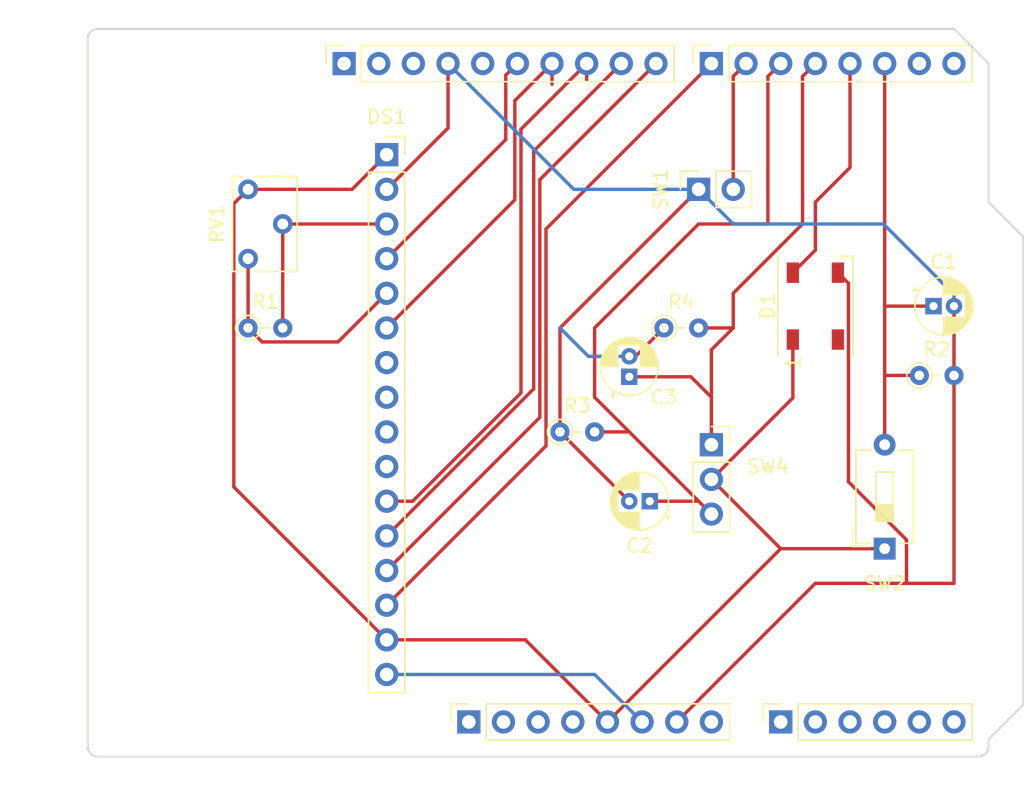
<source format=kicad_pcb>
(kicad_pcb (version 20221018) (generator pcbnew)
  (title_block (date "mar. 31 mars 2015"))
  (layers (0 "F.Cu" signal) (31 "B.Cu" signal) (34 "B.Paste" user) (35 "F.Paste" user) (36 "B.SilkS" user "B.Silkscreen") (37 "F.SilkS" user "F.Silkscreen") (38 "B.Mask" user) (39 "F.Mask" user) (44 "Edge.Cuts" user))
  (net 0 "")
  (net 1 "GND")
  (net 3 "+5V")
  (net 4 "/IOREF")
  (net 5 "/A0")
  (net 6 "/A1")
  (net 7 "/A2")
  (net 8 "/A3")
  (net 9 "/13")
  (net 10 "/12")
  (net 11 "/AREF")
  (net 12 "/8")
  (net 13 "/7")
  (net 14 "/*11")
  (net 15 "/*10")
  (net 16 "/*9")
  (net 17 "/4")
  (net 18 "/2")
  (net 19 "/*6")
  (net 20 "/*5")
  (net 21 "/TX{slash}1")
  (net 22 "/*3")
  (net 23 "/RX{slash}0")
  (net 24 "+3V3")
  (net 25 "VCC")
  (net 26 "/~{RESET}")
  (net 28 "Net-(DS1-VO)")
  (footprint "Connector_PinSocket_2.54mm:PinSocket_1x08_P2.54mm_Vertical" (layer "F.Cu") (at 127.94 97.46 90)
    (fp_text reference "J1" hide)
    (fp_text value "Power")
    (pad "1" thru_hole rect locked (at 0 0 90) (size 1.7 1.7) (drill 1) (layers "*.Cu" "*.Mask"))
    (pad "2" thru_hole oval locked (at 0 2.54 90) (size 1.7 1.7) (drill 1) (layers "*.Cu" "*.Mask") (net 4 "/IOREF"))
    (pad "3" thru_hole oval locked (at 0 5.08 90) (size 1.7 1.7) (drill 1) (layers "*.Cu" "*.Mask") (net 26 "/~{RESET}"))
    (pad "4" thru_hole oval locked (at 0 7.62 90) (size 1.7 1.7) (drill 1) (layers "*.Cu" "*.Mask") (net 24 "+3V3"))
    (pad "5" thru_hole oval locked (at 0 10.16 90) (size 1.7 1.7) (drill 1) (layers "*.Cu" "*.Mask") (net 3 "+5V"))
    (pad "6" thru_hole oval locked (at 0 12.7 90) (size 1.7 1.7) (drill 1) (layers "*.Cu" "*.Mask") (net 1 "GND"))
    (pad "7" thru_hole oval locked (at 0 15.24 90) (size 1.7 1.7) (drill 1) (layers "*.Cu" "*.Mask") (net 1 "GND"))
    (pad "8" thru_hole oval locked (at 0 17.78 90) (size 1.7 1.7) (drill 1) (layers "*.Cu" "*.Mask") (net 25 "VCC"))
  )
  (footprint "Connector_PinSocket_2.54mm:PinSocket_1x06_P2.54mm_Vertical" (layer "F.Cu") (at 150.8 97.46 90)
    (fp_text reference "J3" hide)
    (fp_text value "Analog")
    (pad "1" thru_hole rect locked (at 0 0 90) (size 1.7 1.7) (drill 1) (layers "*.Cu" "*.Mask") (net 5 "/A0"))
    (pad "2" thru_hole oval locked (at 0 2.54 90) (size 1.7 1.7) (drill 1) (layers "*.Cu" "*.Mask") (net 6 "/A1"))
    (pad "3" thru_hole oval locked (at 0 5.08 90) (size 1.7 1.7) (drill 1) (layers "*.Cu" "*.Mask") (net 7 "/A2"))
    (pad "4" thru_hole oval locked (at 0 7.62 90) (size 1.7 1.7) (drill 1) (layers "*.Cu" "*.Mask") (net 8 "/A3"))
    (pad "5" thru_hole oval locked (at 0 10.16 90) (size 1.7 1.7) (drill 1) (layers "*.Cu" "*.Mask"))
    (pad "6" thru_hole oval locked (at 0 12.7 90) (size 1.7 1.7) (drill 1) (layers "*.Cu" "*.Mask"))
  )
  (footprint "Connector_PinSocket_2.54mm:PinSocket_1x10_P2.54mm_Vertical" (layer "F.Cu") (at 118.796 49.2 90)
    (fp_text reference "J2" hide)
    (fp_text value "Digital/PWM")
    (pad "1" thru_hole rect locked (at 0 0 90) (size 1.7 1.7) (drill 1) (layers "*.Cu" "*.Mask"))
    (pad "2" thru_hole oval locked (at 0 2.54 90) (size 1.7 1.7) (drill 1) (layers "*.Cu" "*.Mask"))
    (pad "3" thru_hole oval locked (at 0 5.08 90) (size 1.7 1.7) (drill 1) (layers "*.Cu" "*.Mask") (net 11 "/AREF"))
    (pad "4" thru_hole oval locked (at 0 7.62 90) (size 1.7 1.7) (drill 1) (layers "*.Cu" "*.Mask") (net 1 "GND"))
    (pad "5" thru_hole oval locked (at 0 10.16 90) (size 1.7 1.7) (drill 1) (layers "*.Cu" "*.Mask") (net 9 "/13"))
    (pad "6" thru_hole oval locked (at 0 12.7 90) (size 1.7 1.7) (drill 1) (layers "*.Cu" "*.Mask") (net 10 "/12"))
    (pad "7" thru_hole oval locked (at 0 15.24 90) (size 1.7 1.7) (drill 1) (layers "*.Cu" "*.Mask") (net 14 "/*11"))
    (pad "8" thru_hole oval locked (at 0 17.78 90) (size 1.7 1.7) (drill 1) (layers "*.Cu" "*.Mask") (net 15 "/*10"))
    (pad "9" thru_hole oval locked (at 0 20.32 90) (size 1.7 1.7) (drill 1) (layers "*.Cu" "*.Mask") (net 16 "/*9"))
    (pad "10" thru_hole oval locked (at 0 22.86 90) (size 1.7 1.7) (drill 1) (layers "*.Cu" "*.Mask") (net 12 "/8"))
  )
  (footprint "Connector_PinSocket_2.54mm:PinSocket_1x08_P2.54mm_Vertical" (layer "F.Cu") (at 145.72 49.2 90)
    (fp_text reference "J4" hide)
    (fp_text value "Digital/PWM")
    (pad "1" thru_hole rect locked (at 0 0 90) (size 1.7 1.7) (drill 1) (layers "*.Cu" "*.Mask") (net 13 "/7"))
    (pad "2" thru_hole oval locked (at 0 2.54 90) (size 1.7 1.7) (drill 1) (layers "*.Cu" "*.Mask") (net 19 "/*6"))
    (pad "3" thru_hole oval locked (at 0 5.08 90) (size 1.7 1.7) (drill 1) (layers "*.Cu" "*.Mask") (net 20 "/*5"))
    (pad "4" thru_hole oval locked (at 0 7.62 90) (size 1.7 1.7) (drill 1) (layers "*.Cu" "*.Mask") (net 17 "/4"))
    (pad "5" thru_hole oval locked (at 0 10.16 90) (size 1.7 1.7) (drill 1) (layers "*.Cu" "*.Mask") (net 22 "/*3"))
    (pad "6" thru_hole oval locked (at 0 12.7 90) (size 1.7 1.7) (drill 1) (layers "*.Cu" "*.Mask") (net 18 "/2"))
    (pad "7" thru_hole oval locked (at 0 15.24 90) (size 1.7 1.7) (drill 1) (layers "*.Cu" "*.Mask") (net 21 "/TX{slash}1"))
    (pad "8" thru_hole oval locked (at 0 17.78 90) (size 1.7 1.7) (drill 1) (layers "*.Cu" "*.Mask") (net 23 "/RX{slash}0"))
  )
  (footprint "Resistor_THT:R_Axial_DIN0204_L3.6mm_D1.6mm_P2.54mm_Vertical" (layer "F.Cu") (at 134.62 76.2)
    (fp_text reference "R3" (at 1.27 -1.92) (layer "F.SilkS"))
    (fp_text value "R" hide)
    (pad "1" thru_hole circle (at 0 0) (size 1.4 1.4) (drill 0.7) (layers "*.Cu" "*.Mask") (net 1 "GND"))
    (pad "2" thru_hole oval (at 2.54 0) (size 1.4 1.4) (drill 0.7) (layers "*.Cu" "*.Mask") (net 20 "/*5"))
  )
  (footprint "Resistor_THT:R_Axial_DIN0204_L3.6mm_D1.6mm_P2.54mm_Vertical" (layer "F.Cu") (at 142.24 68.58)
    (fp_text reference "R4" (at 1.27 -1.92) (layer "F.SilkS"))
    (fp_text value "R" hide)
    (pad "1" thru_hole circle (at 0 0) (size 1.4 1.4) (drill 0.7) (layers "*.Cu" "*.Mask") (net 1 "GND"))
    (pad "2" thru_hole oval (at 2.54 0) (size 1.4 1.4) (drill 0.7) (layers "*.Cu" "*.Mask") (net 17 "/4"))
  )
  (footprint "Capacitor_THT:CP_Radial_D4.0mm_P1.50mm" (layer "F.Cu") (at 141.2 81.28 180)
    (fp_text reference "C2" (at 0.75 -3.25) (layer "F.SilkS"))
    (fp_text value "C_Polarized" hide)
    (pad "1" thru_hole rect (at 0 0 180) (size 1.2 1.2) (drill 0.6) (layers "*.Cu" "*.Mask") (net 20 "/*5"))
    (pad "2" thru_hole circle (at 1.5 0 180) (size 1.2 1.2) (drill 0.6) (layers "*.Cu" "*.Mask") (net 1 "GND"))
  )
  (footprint "Capacitor_THT:CP_Radial_D4.0mm_P1.50mm" (layer "F.Cu") (at 139.7 72.16 90)
    (fp_text reference "C3" (at -1.5 2.54) (layer "F.SilkS"))
    (fp_text value "C_Polarized" hide)
    (pad "1" thru_hole rect (at 0 0 90) (size 1.2 1.2) (drill 0.6) (layers "*.Cu" "*.Mask") (net 17 "/4"))
    (pad "2" thru_hole circle (at 1.5 0 90) (size 1.2 1.2) (drill 0.6) (layers "*.Cu" "*.Mask") (net 1 "GND"))
  )
  (footprint "Capacitor_THT:CP_Radial_D4.0mm_P1.50mm" (layer "F.Cu") (at 162 66.98)
    (fp_text reference "C1" (at 0.75 -3.25) (layer "F.SilkS"))
    (fp_text value "C_Polarized" hide)
    (pad "1" thru_hole rect (at 0 0) (size 1.2 1.2) (drill 0.6) (layers "*.Cu" "*.Mask") (net 18 "/2"))
    (pad "2" thru_hole circle (at 1.5 0) (size 1.2 1.2) (drill 0.6) (layers "*.Cu" "*.Mask") (net 1 "GND"))
  )
  (footprint "Connector_PinSocket_2.54mm:PinSocket_1x03_P2.54mm_Vertical" (layer "F.Cu") (at 145.72 77.14)
    (fp_text reference "SW4" (at 4.14 1.6) (layer "F.SilkS"))
    (fp_text value "SW_SPDT_MSM" hide)
    (pad "1" thru_hole rect (at 0 0) (size 1.7 1.7) (drill 1) (layers "*.Cu" "*.Mask") (net 17 "/4"))
    (pad "2" thru_hole oval (at 0 2.54) (size 1.7 1.7) (drill 1) (layers "*.Cu" "*.Mask") (net 3 "+5V"))
    (pad "3" thru_hole oval (at 0 5.08) (size 1.7 1.7) (drill 1) (layers "*.Cu" "*.Mask") (net 20 "/*5"))
  )
  (footprint "LED_SMD:LED_WS2812B_PLCC4_5.0x5.0mm_P3.2mm" (layer "F.Cu") (at 153.34 66.98 90)
    (fp_text reference "D1" (at 0 -3.5 90) (layer "F.SilkS"))
    (fp_text value "WS2812B" hide)
    (fp_text user "1" (at -4.15 -1.6 90) (layer "F.SilkS"))
    (pad "1" smd rect (at -2.45 -1.65 90) (size 1.5 0.9) (layers "F.Cu" "F.Paste" "F.Mask") (net 3 "+5V"))
    (pad "2" smd rect (at -2.45 1.65 90) (size 1.5 0.9) (layers "F.Cu" "F.Paste" "F.Mask"))
    (pad "3" smd rect (at 2.45 1.65 90) (size 1.5 0.9) (layers "F.Cu" "F.Paste" "F.Mask") (net 1 "GND"))
    (pad "4" smd rect (at 2.45 -1.65 90) (size 1.5 0.9) (layers "F.Cu" "F.Paste" "F.Mask") (net 22 "/*3"))
  )
  (footprint "Resistor_THT:R_Axial_DIN0204_L3.6mm_D1.6mm_P2.54mm_Vertical" (layer "F.Cu") (at 160.96 72.06)
    (fp_text reference "R2" (at 1.27 -1.92) (layer "F.SilkS"))
    (fp_text value "R" hide)
    (pad "1" thru_hole circle (at 0 0) (size 1.4 1.4) (drill 0.7) (layers "*.Cu" "*.Mask") (net 18 "/2"))
    (pad "2" thru_hole oval (at 2.54 0) (size 1.4 1.4) (drill 0.7) (layers "*.Cu" "*.Mask") (net 1 "GND"))
  )
  (footprint "Button_Switch_THT:SW_DIP_SPSTx01_Slide_6.7x4.1mm_W7.62mm_P2.54mm_LowProfile" (layer "F.Cu") (at 158.42 84.76 90)
    (fp_text reference "SW2" (at -2.54 0 180) (layer "F.SilkS"))
    (fp_text value "SW_Push" hide)
    (pad "1" thru_hole rect (at 0 0 90) (size 1.6 1.6) (drill 0.8) (layers "*.Cu" "*.Mask") (net 3 "+5V"))
    (pad "2" thru_hole oval (at 7.62 0 90) (size 1.6 1.6) (drill 0.8) (layers "*.Cu" "*.Mask") (net 18 "/2"))
  )
  (footprint "Arduino_MountingHole:MountingHole_3.2mm" (layer "F.Cu") (at 115.24 49.2)
    (fp_text reference "MH1" hide)
    (fp_text value "MountingHole_3.2mm" hide)
    (pad "" np_thru_hole circle locked (at 0 0) (size 3.2 3.2) (drill 3.2) (layers "*.Cu" "*.Mask"))
  )
  (footprint "Potentiometer_THT:Potentiometer_Bourns_3266W_Vertical" (layer "F.Cu") (at 111.76 58.42 90)
    (fp_text reference "RV1" (at -2.54 -2.27 90) (layer "F.SilkS"))
    (fp_text value "R_Potentiometer" hide)
    (pad "1" thru_hole circle (at 0 0 90) (size 1.44 1.44) (drill 0.8) (layers "*.Cu" "*.Mask") (net 3 "+5V"))
    (pad "2" thru_hole circle (at -2.54 2.54 90) (size 1.44 1.44) (drill 0.8) (layers "*.Cu" "*.Mask") (net 28 "Net-(DS1-VO)"))
    (pad "3" thru_hole circle (at -5.08 0 90) (size 1.44 1.44) (drill 0.8) (layers "*.Cu" "*.Mask") (net 1 "GND"))
  )
  (footprint "Connector_PinSocket_2.54mm:PinSocket_1x16_P2.54mm_Vertical" (layer "F.Cu") (at 121.92 55.88)
    (fp_text reference "DS1" (at 0 -2.77) (layer "F.SilkS"))
    (fp_text value "WC1602A")
    (pad "1" thru_hole rect (at 0 0) (size 1.7 1.7) (drill 1) (layers "*.Cu" "*.Mask") (net 3 "+5V"))
    (pad "2" thru_hole oval (at 0 2.54) (size 1.7 1.7) (drill 1) (layers "*.Cu" "*.Mask") (net 1 "GND"))
    (pad "3" thru_hole oval (at 0 5.08) (size 1.7 1.7) (drill 1) (layers "*.Cu" "*.Mask") (net 28 "Net-(DS1-VO)"))
    (pad "4" thru_hole oval (at 0 7.62) (size 1.7 1.7) (drill 1) (layers "*.Cu" "*.Mask") (net 10 "/12"))
    (pad "5" thru_hole oval (at 0 10.16) (size 1.7 1.7) (drill 1) (layers "*.Cu" "*.Mask") (net 1 "GND"))
    (pad "6" thru_hole oval (at 0 12.7) (size 1.7 1.7) (drill 1) (layers "*.Cu" "*.Mask") (net 14 "/*11"))
    (pad "7" thru_hole oval (at 0 15.24) (size 1.7 1.7) (drill 1) (layers "*.Cu" "*.Mask"))
    (pad "8" thru_hole oval (at 0 17.78) (size 1.7 1.7) (drill 1) (layers "*.Cu" "*.Mask"))
    (pad "9" thru_hole oval (at 0 20.32) (size 1.7 1.7) (drill 1) (layers "*.Cu" "*.Mask"))
    (pad "10" thru_hole oval (at 0 22.86) (size 1.7 1.7) (drill 1) (layers "*.Cu" "*.Mask"))
    (pad "11" thru_hole oval (at 0 25.4) (size 1.7 1.7) (drill 1) (layers "*.Cu" "*.Mask") (net 15 "/*10"))
    (pad "12" thru_hole oval (at 0 27.94) (size 1.7 1.7) (drill 1) (layers "*.Cu" "*.Mask") (net 16 "/*9"))
    (pad "13" thru_hole oval (at 0 30.48) (size 1.7 1.7) (drill 1) (layers "*.Cu" "*.Mask") (net 12 "/8"))
    (pad "14" thru_hole oval (at 0 33.02) (size 1.7 1.7) (drill 1) (layers "*.Cu" "*.Mask") (net 13 "/7"))
    (pad "15" thru_hole oval (at 0 35.56) (size 1.7 1.7) (drill 1) (layers "*.Cu" "*.Mask") (net 3 "+5V"))
    (pad "16" thru_hole oval (at 0 38.1) (size 1.7 1.7) (drill 1) (layers "*.Cu" "*.Mask") (net 1 "GND"))
  )
  (footprint "Resistor_THT:R_Axial_DIN0204_L3.6mm_D1.6mm_P2.54mm_Vertical" (layer "F.Cu") (at 111.76 68.58)
    (fp_text reference "R1" (at 1.27 -1.92) (layer "F.SilkS"))
    (fp_text value "R" hide)
    (pad "1" thru_hole circle (at 0 0) (size 1.4 1.4) (drill 0.7) (layers "*.Cu" "*.Mask") (net 1 "GND"))
    (pad "2" thru_hole oval (at 2.54 0) (size 1.4 1.4) (drill 0.7) (layers "*.Cu" "*.Mask") (net 28 "Net-(DS1-VO)"))
  )
  (footprint "Arduino_MountingHole:MountingHole_3.2mm" (layer "F.Cu") (at 113.97 97.46)
    (fp_text reference "MH2" hide)
    (fp_text value "MountingHole_3.2mm" hide)
    (pad "" np_thru_hole circle locked (at 0 0) (size 3.2 3.2) (drill 3.2) (layers "*.Cu" "*.Mask"))
  )
  (footprint "Arduino_MountingHole:MountingHole_3.2mm" (layer "F.Cu") (at 166.04 64.44)
    (fp_text reference "MH3" hide)
    (fp_text value "MountingHole_3.2mm" hide)
    (pad "" np_thru_hole circle locked (at 0 0) (size 3.2 3.2) (drill 3.2) (layers "*.Cu" "*.Mask"))
  )
  (footprint "Arduino_MountingHole:MountingHole_3.2mm" (layer "F.Cu") (at 166.04 92.38)
    (fp_text reference "MH4" hide)
    (fp_text value "MountingHole_3.2mm" hide)
    (pad "" np_thru_hole circle locked (at 0 0) (size 3.2 3.2) (drill 3.2) (layers "*.Cu" "*.Mask"))
  )
  (footprint "Connector_PinSocket_2.54mm:PinSocket_1x02_P2.54mm_Vertical" (layer "F.Cu") (at 144.78 58.42 90)
    (fp_text reference "SW1" (at 0 -2.77 90) (layer "F.SilkS"))
    (fp_text value "SW_Reed" hide)
    (pad "1" thru_hole rect (at 0 0 90) (size 1.7 1.7) (drill 1) (layers "*.Cu" "*.Mask") (net 1 "GND"))
    (pad "2" thru_hole oval (at 0 2.54 90) (size 1.7 1.7) (drill 1) (layers "*.Cu" "*.Mask") (net 19 "/*6"))
  )
  (gr_line (start 166.04 59.36) (end 168.58 61.9) (stroke (width 0.15)) (layer "Edge.Cuts"))
  (gr_line (start 100 99.238) (end 100 47.422) (stroke (width 0.15)) (layer "Edge.Cuts"))
  (gr_line (start 168.58 61.9) (end 168.58 96.19) (stroke (width 0.15)) (layer "Edge.Cuts"))
  (gr_line (start 165.278 100) (end 100.762 100) (stroke (width 0.15)) (layer "Edge.Cuts"))
  (gr_line (start 100.762 46.66) (end 163.5 46.66) (stroke (width 0.15)) (layer "Edge.Cuts"))
  (gr_arc (start 100.762 100) (mid 100.223185 99.776815) (end 100 99.238) (stroke (width 0.15)) (layer "Edge.Cuts"))
  (gr_line (start 168.58 96.19) (end 166.04 98.73) (stroke (width 0.15)) (layer "Edge.Cuts"))
  (gr_line (start 163.5 46.66) (end 166.04 49.2) (stroke (width 0.15)) (layer "Edge.Cuts"))
  (gr_arc (start 166.04 99.238) (mid 165.816815 99.776815) (end 165.278 100) (stroke (width 0.15)) (layer "Edge.Cuts"))
  (gr_line (start 166.04 49.2) (end 166.04 59.36) (stroke (width 0.15)) (layer "Edge.Cuts"))
  (gr_line (start 166.04 98.73) (end 166.04 99.238) (stroke (width 0.15)) (layer "Edge.Cuts"))
  (gr_arc (start 100 47.422) (mid 100.223185 46.883185) (end 100.762 46.66) (stroke (width 0.15)) (layer "Edge.Cuts"))
  (segment (start 160.02 87.3) (end 153.34 87.3) (width 0.25) (layer "F.Cu") (net 1))
  (segment (start 144.78 58.42) (end 134.62 68.58) (width 0.25) (layer "F.Cu") (net 1))
  (segment (start 121.92 66.04) (end 118.355 69.605) (width 0.25) (layer "F.Cu") (net 1))
  (segment (start 153.34 87.3) (end 143.18 97.46) (width 0.25) (layer "F.Cu") (net 1))
  (segment (start 140.16 70.66) (end 139.7 70.66) (width 0.25) (layer "F.Cu") (net 1))
  (segment (start 112.785 69.605) (end 111.76 68.58) (width 0.25) (layer "F.Cu") (net 1))
  (segment (start 155.765 65.305) (end 155.765 79.855) (width 0.25) (layer "F.Cu") (net 1))
  (segment (start 126.416 49.2) (end 126.416 53.924) (width 0.25) (layer "F.Cu") (net 1))
  (segment (start 134.62 76.2) (end 139.7 81.28) (width 0.25) (layer "F.Cu") (net 1))
  (segment (start 111.76 68.58) (end 111.76 63.5) (width 0.25) (layer "F.Cu") (net 1))
  (segment (start 163.5 72.06) (end 163.5 87.3) (width 0.25) (layer "F.Cu") (net 1))
  (segment (start 142.24 68.58) (end 140.16 70.66) (width 0.25) (layer "F.Cu") (net 1))
  (segment (start 134.62 68.58) (end 134.62 76.2) (width 0.25) (layer "F.Cu") (net 1))
  (segment (start 160.02 84.11) (end 160.02 87.3) (width 0.25) (layer "F.Cu") (net 1))
  (segment (start 163.5 66.98) (end 163.5 72.06) (width 0.25) (layer "F.Cu") (net 1))
  (segment (start 118.355 69.605) (end 112.785 69.605) (width 0.25) (layer "F.Cu") (net 1))
  (segment (start 163.5 87.3) (end 160.02 87.3) (width 0.25) (layer "F.Cu") (net 1))
  (segment (start 154.99 64.53) (end 155.765 65.305) (width 0.25) (layer "F.Cu") (net 1))
  (segment (start 126.416 53.924) (end 121.92 58.42) (width 0.25) (layer "F.Cu") (net 1))
  (segment (start 155.765 79.855) (end 160.02 84.11) (width 0.25) (layer "F.Cu") (net 1))
  (segment (start 137.16 93.98) (end 140.64 97.46) (width 0.25) (layer "B.Cu") (net 1))
  (segment (start 139.7 70.66) (end 136.7 70.66) (width 0.25) (layer "B.Cu") (net 1))
  (segment (start 158.328528 60.96) (end 163.5 66.131472) (width 0.25) (layer "B.Cu") (net 1))
  (segment (start 136.7 70.66) (end 134.62 68.58) (width 0.25) (layer "B.Cu") (net 1))
  (segment (start 144.78 58.42) (end 147.32 60.96) (width 0.25) (layer "B.Cu") (net 1))
  (segment (start 147.32 60.96) (end 158.328528 60.96) (width 0.25) (layer "B.Cu") (net 1))
  (segment (start 121.92 93.98) (end 137.16 93.98) (width 0.25) (layer "B.Cu") (net 1))
  (segment (start 163.5 66.131472) (end 163.5 66.98) (width 0.25) (layer "B.Cu") (net 1))
  (segment (start 135.636 58.42) (end 126.416 49.2) (width 0.25) (layer "B.Cu") (net 1))
  (segment (start 144.78 58.42) (end 135.636 58.42) (width 0.25) (layer "B.Cu") (net 1))
  (segment (start 110.715 59.465) (end 111.76 58.42) (width 0.25) (layer "F.Cu") (net 3))
  (segment (start 151.69 69.43) (end 151.69 73.71) (width 0.25) (layer "F.Cu") (net 3))
  (segment (start 132.08 91.44) (end 138.1 97.46) (width 0.25) (layer "F.Cu") (net 3))
  (segment (start 150.8 84.76) (end 138.1 97.46) (width 0.25) (layer "F.Cu") (net 3))
  (segment (start 121.92 91.44) (end 132.08 91.44) (width 0.25) (layer "F.Cu") (net 3))
  (segment (start 110.715 80.235) (end 110.715 59.465) (width 0.25) (layer "F.Cu") (net 3))
  (segment (start 121.92 91.44) (end 110.715 80.235) (width 0.25) (layer "F.Cu") (net 3))
  (segment (start 145.72 79.68) (end 150.8 84.76) (width 0.25) (layer "F.Cu") (net 3))
  (segment (start 119.38 58.42) (end 121.92 55.88) (width 0.25) (layer "F.Cu") (net 3))
  (segment (start 151.69 73.71) (end 145.72 79.68) (width 0.25) (layer "F.Cu") (net 3))
  (segment (start 150.8 84.76) (end 158.42 84.76) (width 0.25) (layer "F.Cu") (net 3))
  (segment (start 111.76 58.42) (end 119.38 58.42) (width 0.25) (layer "F.Cu") (net 3))
  (segment (start 128.956 49.2) (end 128.818299 49.2) (width 0.25) (layer "F.Cu") (net 9))
  (segment (start 130.646 50.05) (end 130.646 54.774) (width 0.25) (layer "F.Cu") (net 10))
  (segment (start 131.496 49.2) (end 131.168299 49.2) (width 0.25) (layer "F.Cu") (net 10))
  (segment (start 131.496 49.2) (end 130.646 50.05) (width 0.25) (layer "F.Cu") (net 10))
  (segment (start 130.646 54.774) (end 121.92 63.5) (width 0.25) (layer "F.Cu") (net 10))
  (segment (start 133.145 75.135) (end 121.92 86.36) (width 0.25) (layer "F.Cu") (net 12))
  (segment (start 141.656 49.2) (end 133.145 57.711) (width 0.25) (layer "F.Cu") (net 12))
  (segment (start 133.145 57.711) (end 133.145 75.135) (width 0.25) (layer "F.Cu") (net 12))
  (segment (start 145.72 49.2) (end 133.595 61.325) (width 0.25) (layer "F.Cu") (net 13))
  (segment (start 133.595 61.325) (end 133.595 77.225) (width 0.25) (layer "F.Cu") (net 13))
  (segment (start 133.595 77.225) (end 121.92 88.9) (width 0.25) (layer "F.Cu") (net 13))
  (segment (start 134.036 49.2) (end 134.036 50.724) (width 0.25) (layer "F.Cu") (net 14))
  (segment (start 131.311802 59.188198) (end 121.92 68.58) (width 0.25) (layer "F.Cu") (net 14))
  (segment (start 131.311802 51.924198) (end 131.311802 59.188198) (width 0.25) (layer "F.Cu") (net 14))
  (segment (start 134.036 49.2) (end 131.311802 51.924198) (width 0.25) (layer "F.Cu") (net 14))
  (segment (start 131.761802 54.014198) (end 131.761802 73.341802) (width 0.25) (layer "F.Cu") (net 15))
  (segment (start 136.576 49.2) (end 136.576 50.402081) (width 0.25) (layer "F.Cu") (net 15))
  (segment (start 123.823604 81.28) (end 121.92 81.28) (width 0.25) (layer "F.Cu") (net 15))
  (segment (start 136.576 49.2) (end 131.761802 54.014198) (width 0.25) (layer "F.Cu") (net 15))
  (segment (start 131.761802 73.341802) (end 123.823604 81.28) (width 0.25) (layer "F.Cu") (net 15))
  (segment (start 139.116 49.2) (end 132.695 55.621) (width 0.25) (layer "F.Cu") (net 16))
  (segment (start 132.695 55.621) (end 132.695 73.045) (width 0.25) (layer "F.Cu") (net 16))
  (segment (start 132.695 73.045) (end 121.92 83.82) (width 0.25) (layer "F.Cu") (net 16))
  (segment (start 144.22 72.16) (end 145.72 73.66) (width 0.25) (layer "F.Cu") (net 17))
  (segment (start 152.4 60.96) (end 152.4 50.14) (width 0.25) (layer "F.Cu") (net 17))
  (segment (start 145.72 73.66) (end 145.72 70.18) (width 0.25) (layer "F.Cu") (net 17))
  (segment (start 152.4 50.14) (end 153.34 49.2) (width 0.25) (layer "F.Cu") (net 17))
  (segment (start 147.32 66.04) (end 152.4 60.96) (width 0.25) (layer "F.Cu") (net 17))
  (segment (start 145.72 77.14) (end 145.72 73.66) (width 0.25) (layer "F.Cu") (net 17))
  (segment (start 145.72 70.18) (end 147.32 68.58) (width 0.25) (layer "F.Cu") (net 17))
  (segment (start 147.32 68.58) (end 147.32 66.04) (width 0.25) (layer "F.Cu") (net 17))
  (segment (start 144.78 68.58) (end 147.32 68.58) (width 0.25) (layer "F.Cu") (net 17))
  (segment (start 139.7 72.16) (end 144.22 72.16) (width 0.25) (layer "F.Cu") (net 17))
  (segment (start 158.42 64.44) (end 158.42 54.28) (width 0.25) (layer "F.Cu") (net 18))
  (segment (start 158.42 77.14) (end 158.42 72.06) (width 0.25) (layer "F.Cu") (net 18))
  (segment (start 158.42 72.06) (end 158.42 66.98) (width 0.25) (layer "F.Cu") (net 18))
  (segment (start 158.42 66.98) (end 158.42 64.44) (width 0.25) (layer "F.Cu") (net 18))
  (segment (start 158.42 54.28) (end 158.42 49.2) (width 0.25) (layer "F.Cu") (net 18))
  (segment (start 160.96 72.06) (end 158.42 72.06) (width 0.25) (layer "F.Cu") (net 18))
  (segment (start 162 66.98) (end 158.42 66.98) (width 0.25) (layer "F.Cu") (net 18))
  (segment (start 147.32 58.42) (end 147.32 50.14) (width 0.25) (layer "F.Cu") (net 19))
  (segment (start 147.32 50.14) (end 148.26 49.2) (width 0.25) (layer "F.Cu") (net 19))
  (segment (start 141.2 81.28) (end 144.78 81.28) (width 0.25) (layer "F.Cu") (net 20))
  (segment (start 144.78 60.96) (end 149.86 60.96) (width 0.25) (layer "F.Cu") (net 20))
  (segment (start 145.72 82.22) (end 145.72 82.88) (width 0.25) (layer "F.Cu") (net 20))
  (segment (start 144.78 81.28) (end 139.7 76.2) (width 0.25) (layer "F.Cu") (net 20))
  (segment (start 149.86 50.14) (end 150.8 49.2) (width 0.25) (layer "F.Cu") (net 20))
  (segment (start 137.16 73.66) (end 137.16 68.58) (width 0.25) (layer "F.Cu") (net 20))
  (segment (start 137.16 68.58) (end 144.78 60.96) (width 0.25) (layer "F.Cu") (net 20))
  (segment (start 145.72 82.22) (end 144.78 81.28) (width 0.25) (layer "F.Cu") (net 20))
  (segment (start 137.16 76.2) (end 139.7 76.2) (width 0.25) (layer "F.Cu") (net 20))
  (segment (start 139.7 76.2) (end 137.16 73.66) (width 0.25) (layer "F.Cu") (net 20))
  (segment (start 149.86 60.96) (end 149.86 50.14) (width 0.25) (layer "F.Cu") (net 20))
  (segment (start 155.88 56.82) (end 155.88 49.2) (width 0.25) (layer "F.Cu") (net 22))
  (segment (start 153.34 59.36) (end 155.88 56.82) (width 0.25) (layer "F.Cu") (net 22))
  (segment (start 151.69 64.53) (end 153.34 62.88) (width 0.25) (layer "F.Cu") (net 22))
  (segment (start 153.34 62.88) (end 153.34 59.36) (width 0.25) (layer "F.Cu") (net 22))
  (segment (start 114.3 68.58) (end 114.3 60.96) (width 0.25) (layer "F.Cu") (net 28))
  (segment (start 114.3 60.96) (end 121.92 60.96) (width 0.25) (layer "F.Cu") (net 28))
)
</source>
